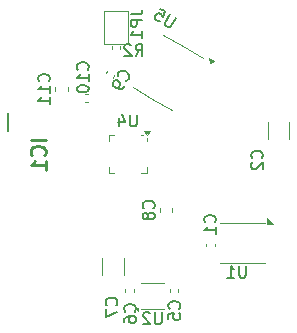
<source format=gbr>
%TF.GenerationSoftware,KiCad,Pcbnew,8.0.4*%
%TF.CreationDate,2024-10-21T16:59:15+03:00*%
%TF.ProjectId,PowerServo AE 36V 3.6A 30D,506f7765-7253-4657-9276-6f2041452033,rev?*%
%TF.SameCoordinates,Original*%
%TF.FileFunction,Legend,Bot*%
%TF.FilePolarity,Positive*%
%FSLAX46Y46*%
G04 Gerber Fmt 4.6, Leading zero omitted, Abs format (unit mm)*
G04 Created by KiCad (PCBNEW 8.0.4) date 2024-10-21 16:59:15*
%MOMM*%
%LPD*%
G01*
G04 APERTURE LIST*
%ADD10C,0.150000*%
%ADD11C,0.254000*%
%ADD12C,0.120000*%
%ADD13C,0.200000*%
G04 APERTURE END LIST*
D10*
X90109580Y-65607142D02*
X90157200Y-65559523D01*
X90157200Y-65559523D02*
X90204819Y-65416666D01*
X90204819Y-65416666D02*
X90204819Y-65321428D01*
X90204819Y-65321428D02*
X90157200Y-65178571D01*
X90157200Y-65178571D02*
X90061961Y-65083333D01*
X90061961Y-65083333D02*
X89966723Y-65035714D01*
X89966723Y-65035714D02*
X89776247Y-64988095D01*
X89776247Y-64988095D02*
X89633390Y-64988095D01*
X89633390Y-64988095D02*
X89442914Y-65035714D01*
X89442914Y-65035714D02*
X89347676Y-65083333D01*
X89347676Y-65083333D02*
X89252438Y-65178571D01*
X89252438Y-65178571D02*
X89204819Y-65321428D01*
X89204819Y-65321428D02*
X89204819Y-65416666D01*
X89204819Y-65416666D02*
X89252438Y-65559523D01*
X89252438Y-65559523D02*
X89300057Y-65607142D01*
X90204819Y-66559523D02*
X90204819Y-65988095D01*
X90204819Y-66273809D02*
X89204819Y-66273809D01*
X89204819Y-66273809D02*
X89347676Y-66178571D01*
X89347676Y-66178571D02*
X89442914Y-66083333D01*
X89442914Y-66083333D02*
X89490533Y-65988095D01*
X89204819Y-67178571D02*
X89204819Y-67273809D01*
X89204819Y-67273809D02*
X89252438Y-67369047D01*
X89252438Y-67369047D02*
X89300057Y-67416666D01*
X89300057Y-67416666D02*
X89395295Y-67464285D01*
X89395295Y-67464285D02*
X89585771Y-67511904D01*
X89585771Y-67511904D02*
X89823866Y-67511904D01*
X89823866Y-67511904D02*
X90014342Y-67464285D01*
X90014342Y-67464285D02*
X90109580Y-67416666D01*
X90109580Y-67416666D02*
X90157200Y-67369047D01*
X90157200Y-67369047D02*
X90204819Y-67273809D01*
X90204819Y-67273809D02*
X90204819Y-67178571D01*
X90204819Y-67178571D02*
X90157200Y-67083333D01*
X90157200Y-67083333D02*
X90109580Y-67035714D01*
X90109580Y-67035714D02*
X90014342Y-66988095D01*
X90014342Y-66988095D02*
X89823866Y-66940476D01*
X89823866Y-66940476D02*
X89585771Y-66940476D01*
X89585771Y-66940476D02*
X89395295Y-66988095D01*
X89395295Y-66988095D02*
X89300057Y-67035714D01*
X89300057Y-67035714D02*
X89252438Y-67083333D01*
X89252438Y-67083333D02*
X89204819Y-67178571D01*
X92531799Y-85541085D02*
X92579419Y-85493466D01*
X92579419Y-85493466D02*
X92627038Y-85350609D01*
X92627038Y-85350609D02*
X92627038Y-85255371D01*
X92627038Y-85255371D02*
X92579419Y-85112514D01*
X92579419Y-85112514D02*
X92484180Y-85017276D01*
X92484180Y-85017276D02*
X92388942Y-84969657D01*
X92388942Y-84969657D02*
X92198466Y-84922038D01*
X92198466Y-84922038D02*
X92055609Y-84922038D01*
X92055609Y-84922038D02*
X91865133Y-84969657D01*
X91865133Y-84969657D02*
X91769895Y-85017276D01*
X91769895Y-85017276D02*
X91674657Y-85112514D01*
X91674657Y-85112514D02*
X91627038Y-85255371D01*
X91627038Y-85255371D02*
X91627038Y-85350609D01*
X91627038Y-85350609D02*
X91674657Y-85493466D01*
X91674657Y-85493466D02*
X91722276Y-85541085D01*
X91627038Y-85874419D02*
X91627038Y-86541085D01*
X91627038Y-86541085D02*
X92627038Y-86112514D01*
X104859580Y-73083333D02*
X104907200Y-73035714D01*
X104907200Y-73035714D02*
X104954819Y-72892857D01*
X104954819Y-72892857D02*
X104954819Y-72797619D01*
X104954819Y-72797619D02*
X104907200Y-72654762D01*
X104907200Y-72654762D02*
X104811961Y-72559524D01*
X104811961Y-72559524D02*
X104716723Y-72511905D01*
X104716723Y-72511905D02*
X104526247Y-72464286D01*
X104526247Y-72464286D02*
X104383390Y-72464286D01*
X104383390Y-72464286D02*
X104192914Y-72511905D01*
X104192914Y-72511905D02*
X104097676Y-72559524D01*
X104097676Y-72559524D02*
X104002438Y-72654762D01*
X104002438Y-72654762D02*
X103954819Y-72797619D01*
X103954819Y-72797619D02*
X103954819Y-72892857D01*
X103954819Y-72892857D02*
X104002438Y-73035714D01*
X104002438Y-73035714D02*
X104050057Y-73083333D01*
X104050057Y-73464286D02*
X104002438Y-73511905D01*
X104002438Y-73511905D02*
X103954819Y-73607143D01*
X103954819Y-73607143D02*
X103954819Y-73845238D01*
X103954819Y-73845238D02*
X104002438Y-73940476D01*
X104002438Y-73940476D02*
X104050057Y-73988095D01*
X104050057Y-73988095D02*
X104145295Y-74035714D01*
X104145295Y-74035714D02*
X104240533Y-74035714D01*
X104240533Y-74035714D02*
X104383390Y-73988095D01*
X104383390Y-73988095D02*
X104954819Y-73416667D01*
X104954819Y-73416667D02*
X104954819Y-74035714D01*
X94109580Y-86083333D02*
X94157200Y-86035714D01*
X94157200Y-86035714D02*
X94204819Y-85892857D01*
X94204819Y-85892857D02*
X94204819Y-85797619D01*
X94204819Y-85797619D02*
X94157200Y-85654762D01*
X94157200Y-85654762D02*
X94061961Y-85559524D01*
X94061961Y-85559524D02*
X93966723Y-85511905D01*
X93966723Y-85511905D02*
X93776247Y-85464286D01*
X93776247Y-85464286D02*
X93633390Y-85464286D01*
X93633390Y-85464286D02*
X93442914Y-85511905D01*
X93442914Y-85511905D02*
X93347676Y-85559524D01*
X93347676Y-85559524D02*
X93252438Y-85654762D01*
X93252438Y-85654762D02*
X93204819Y-85797619D01*
X93204819Y-85797619D02*
X93204819Y-85892857D01*
X93204819Y-85892857D02*
X93252438Y-86035714D01*
X93252438Y-86035714D02*
X93300057Y-86083333D01*
X93204819Y-86940476D02*
X93204819Y-86750000D01*
X93204819Y-86750000D02*
X93252438Y-86654762D01*
X93252438Y-86654762D02*
X93300057Y-86607143D01*
X93300057Y-86607143D02*
X93442914Y-86511905D01*
X93442914Y-86511905D02*
X93633390Y-86464286D01*
X93633390Y-86464286D02*
X94014342Y-86464286D01*
X94014342Y-86464286D02*
X94109580Y-86511905D01*
X94109580Y-86511905D02*
X94157200Y-86559524D01*
X94157200Y-86559524D02*
X94204819Y-86654762D01*
X94204819Y-86654762D02*
X94204819Y-86845238D01*
X94204819Y-86845238D02*
X94157200Y-86940476D01*
X94157200Y-86940476D02*
X94109580Y-86988095D01*
X94109580Y-86988095D02*
X94014342Y-87035714D01*
X94014342Y-87035714D02*
X93776247Y-87035714D01*
X93776247Y-87035714D02*
X93681009Y-86988095D01*
X93681009Y-86988095D02*
X93633390Y-86940476D01*
X93633390Y-86940476D02*
X93585771Y-86845238D01*
X93585771Y-86845238D02*
X93585771Y-86654762D01*
X93585771Y-86654762D02*
X93633390Y-86559524D01*
X93633390Y-86559524D02*
X93681009Y-86511905D01*
X93681009Y-86511905D02*
X93776247Y-86464286D01*
X86829581Y-66607143D02*
X86877201Y-66559524D01*
X86877201Y-66559524D02*
X86924820Y-66416667D01*
X86924820Y-66416667D02*
X86924820Y-66321429D01*
X86924820Y-66321429D02*
X86877201Y-66178572D01*
X86877201Y-66178572D02*
X86781962Y-66083334D01*
X86781962Y-66083334D02*
X86686724Y-66035715D01*
X86686724Y-66035715D02*
X86496248Y-65988096D01*
X86496248Y-65988096D02*
X86353391Y-65988096D01*
X86353391Y-65988096D02*
X86162915Y-66035715D01*
X86162915Y-66035715D02*
X86067677Y-66083334D01*
X86067677Y-66083334D02*
X85972439Y-66178572D01*
X85972439Y-66178572D02*
X85924820Y-66321429D01*
X85924820Y-66321429D02*
X85924820Y-66416667D01*
X85924820Y-66416667D02*
X85972439Y-66559524D01*
X85972439Y-66559524D02*
X86020058Y-66607143D01*
X86924820Y-67559524D02*
X86924820Y-66988096D01*
X86924820Y-67273810D02*
X85924820Y-67273810D01*
X85924820Y-67273810D02*
X86067677Y-67178572D01*
X86067677Y-67178572D02*
X86162915Y-67083334D01*
X86162915Y-67083334D02*
X86210534Y-66988096D01*
X86924820Y-68511905D02*
X86924820Y-67940477D01*
X86924820Y-68226191D02*
X85924820Y-68226191D01*
X85924820Y-68226191D02*
X86067677Y-68130953D01*
X86067677Y-68130953D02*
X86162915Y-68035715D01*
X86162915Y-68035715D02*
X86210534Y-67940477D01*
X96374405Y-86154821D02*
X96374405Y-86964344D01*
X96374405Y-86964344D02*
X96326786Y-87059582D01*
X96326786Y-87059582D02*
X96279167Y-87107202D01*
X96279167Y-87107202D02*
X96183929Y-87154821D01*
X96183929Y-87154821D02*
X95993453Y-87154821D01*
X95993453Y-87154821D02*
X95898215Y-87107202D01*
X95898215Y-87107202D02*
X95850596Y-87059582D01*
X95850596Y-87059582D02*
X95802977Y-86964344D01*
X95802977Y-86964344D02*
X95802977Y-86154821D01*
X95374405Y-86250059D02*
X95326786Y-86202440D01*
X95326786Y-86202440D02*
X95231548Y-86154821D01*
X95231548Y-86154821D02*
X94993453Y-86154821D01*
X94993453Y-86154821D02*
X94898215Y-86202440D01*
X94898215Y-86202440D02*
X94850596Y-86250059D01*
X94850596Y-86250059D02*
X94802977Y-86345297D01*
X94802977Y-86345297D02*
X94802977Y-86440535D01*
X94802977Y-86440535D02*
X94850596Y-86583392D01*
X94850596Y-86583392D02*
X95422024Y-87154821D01*
X95422024Y-87154821D02*
X94802977Y-87154821D01*
D11*
X86544317Y-71523236D02*
X85274317Y-71523236D01*
X86423364Y-72853713D02*
X86483841Y-72793237D01*
X86483841Y-72793237D02*
X86544317Y-72611808D01*
X86544317Y-72611808D02*
X86544317Y-72490856D01*
X86544317Y-72490856D02*
X86483841Y-72309427D01*
X86483841Y-72309427D02*
X86362888Y-72188475D01*
X86362888Y-72188475D02*
X86241936Y-72127998D01*
X86241936Y-72127998D02*
X86000031Y-72067522D01*
X86000031Y-72067522D02*
X85818602Y-72067522D01*
X85818602Y-72067522D02*
X85576698Y-72127998D01*
X85576698Y-72127998D02*
X85455745Y-72188475D01*
X85455745Y-72188475D02*
X85334793Y-72309427D01*
X85334793Y-72309427D02*
X85274317Y-72490856D01*
X85274317Y-72490856D02*
X85274317Y-72611808D01*
X85274317Y-72611808D02*
X85334793Y-72793237D01*
X85334793Y-72793237D02*
X85395269Y-72853713D01*
X86544317Y-74063237D02*
X86544317Y-73337522D01*
X86544317Y-73700379D02*
X85274317Y-73700379D01*
X85274317Y-73700379D02*
X85455745Y-73579427D01*
X85455745Y-73579427D02*
X85576698Y-73458475D01*
X85576698Y-73458475D02*
X85637174Y-73337522D01*
D10*
X93394739Y-66535453D02*
X93459788Y-66518023D01*
X93459788Y-66518023D02*
X93572456Y-66418115D01*
X93572456Y-66418115D02*
X93620075Y-66335636D01*
X93620075Y-66335636D02*
X93650264Y-66188109D01*
X93650264Y-66188109D02*
X93615404Y-66058011D01*
X93615404Y-66058011D02*
X93556735Y-65969153D01*
X93556735Y-65969153D02*
X93415588Y-65832675D01*
X93415588Y-65832675D02*
X93291870Y-65761247D01*
X93291870Y-65761247D02*
X93103103Y-65707248D01*
X93103103Y-65707248D02*
X92996815Y-65700868D01*
X92996815Y-65700868D02*
X92866717Y-65735728D01*
X92866717Y-65735728D02*
X92754049Y-65835636D01*
X92754049Y-65835636D02*
X92706430Y-65918115D01*
X92706430Y-65918115D02*
X92676241Y-66065642D01*
X92676241Y-66065642D02*
X92693671Y-66130691D01*
X93239122Y-66995465D02*
X93143884Y-67160422D01*
X93143884Y-67160422D02*
X93055026Y-67219091D01*
X93055026Y-67219091D02*
X92989977Y-67236521D01*
X92989977Y-67236521D02*
X92818640Y-67247571D01*
X92818640Y-67247571D02*
X92629873Y-67193572D01*
X92629873Y-67193572D02*
X92299959Y-67003096D01*
X92299959Y-67003096D02*
X92241290Y-66914238D01*
X92241290Y-66914238D02*
X92223860Y-66849189D01*
X92223860Y-66849189D02*
X92230240Y-66742901D01*
X92230240Y-66742901D02*
X92325478Y-66577944D01*
X92325478Y-66577944D02*
X92414336Y-66519274D01*
X92414336Y-66519274D02*
X92479385Y-66501845D01*
X92479385Y-66501845D02*
X92585673Y-66508224D01*
X92585673Y-66508224D02*
X92791870Y-66627272D01*
X92791870Y-66627272D02*
X92850539Y-66716130D01*
X92850539Y-66716130D02*
X92867968Y-66781179D01*
X92867968Y-66781179D02*
X92861589Y-66887467D01*
X92861589Y-66887467D02*
X92766351Y-67052425D01*
X92766351Y-67052425D02*
X92677492Y-67111094D01*
X92677492Y-67111094D02*
X92612443Y-67128523D01*
X92612443Y-67128523D02*
X92506155Y-67122144D01*
X100884583Y-78533333D02*
X100932203Y-78485714D01*
X100932203Y-78485714D02*
X100979822Y-78342857D01*
X100979822Y-78342857D02*
X100979822Y-78247619D01*
X100979822Y-78247619D02*
X100932203Y-78104762D01*
X100932203Y-78104762D02*
X100836964Y-78009524D01*
X100836964Y-78009524D02*
X100741726Y-77961905D01*
X100741726Y-77961905D02*
X100551250Y-77914286D01*
X100551250Y-77914286D02*
X100408393Y-77914286D01*
X100408393Y-77914286D02*
X100217917Y-77961905D01*
X100217917Y-77961905D02*
X100122679Y-78009524D01*
X100122679Y-78009524D02*
X100027441Y-78104762D01*
X100027441Y-78104762D02*
X99979822Y-78247619D01*
X99979822Y-78247619D02*
X99979822Y-78342857D01*
X99979822Y-78342857D02*
X100027441Y-78485714D01*
X100027441Y-78485714D02*
X100075060Y-78533333D01*
X100979822Y-79485714D02*
X100979822Y-78914286D01*
X100979822Y-79200000D02*
X99979822Y-79200000D01*
X99979822Y-79200000D02*
X100122679Y-79104762D01*
X100122679Y-79104762D02*
X100217917Y-79009524D01*
X100217917Y-79009524D02*
X100265536Y-78914286D01*
X93754818Y-60916666D02*
X94469103Y-60916666D01*
X94469103Y-60916666D02*
X94611960Y-60869047D01*
X94611960Y-60869047D02*
X94707199Y-60773809D01*
X94707199Y-60773809D02*
X94754818Y-60630952D01*
X94754818Y-60630952D02*
X94754818Y-60535714D01*
X94754818Y-61392857D02*
X93754818Y-61392857D01*
X93754818Y-61392857D02*
X93754818Y-61773809D01*
X93754818Y-61773809D02*
X93802437Y-61869047D01*
X93802437Y-61869047D02*
X93850056Y-61916666D01*
X93850056Y-61916666D02*
X93945294Y-61964285D01*
X93945294Y-61964285D02*
X94088151Y-61964285D01*
X94088151Y-61964285D02*
X94183389Y-61916666D01*
X94183389Y-61916666D02*
X94231008Y-61869047D01*
X94231008Y-61869047D02*
X94278627Y-61773809D01*
X94278627Y-61773809D02*
X94278627Y-61392857D01*
X94754818Y-62916666D02*
X94754818Y-62345238D01*
X94754818Y-62630952D02*
X93754818Y-62630952D01*
X93754818Y-62630952D02*
X93897675Y-62535714D01*
X93897675Y-62535714D02*
X93992913Y-62440476D01*
X93992913Y-62440476D02*
X94040532Y-62345238D01*
X97561509Y-61204106D02*
X97156747Y-61905175D01*
X97156747Y-61905175D02*
X97067889Y-61963844D01*
X97067889Y-61963844D02*
X97002840Y-61981273D01*
X97002840Y-61981273D02*
X96896552Y-61974894D01*
X96896552Y-61974894D02*
X96731594Y-61879656D01*
X96731594Y-61879656D02*
X96672925Y-61790797D01*
X96672925Y-61790797D02*
X96655496Y-61725748D01*
X96655496Y-61725748D02*
X96661875Y-61619460D01*
X96661875Y-61619460D02*
X97066637Y-60918392D01*
X96241851Y-60442202D02*
X96654244Y-60680297D01*
X96654244Y-60680297D02*
X96457388Y-61116499D01*
X96457388Y-61116499D02*
X96439958Y-61051451D01*
X96439958Y-61051451D02*
X96381289Y-60962592D01*
X96381289Y-60962592D02*
X96175093Y-60843545D01*
X96175093Y-60843545D02*
X96068805Y-60837165D01*
X96068805Y-60837165D02*
X96003756Y-60854595D01*
X96003756Y-60854595D02*
X95914898Y-60913264D01*
X95914898Y-60913264D02*
X95795850Y-61119460D01*
X95795850Y-61119460D02*
X95789470Y-61225748D01*
X95789470Y-61225748D02*
X95806900Y-61290797D01*
X95806900Y-61290797D02*
X95865569Y-61379656D01*
X95865569Y-61379656D02*
X96071766Y-61498703D01*
X96071766Y-61498703D02*
X96178054Y-61505083D01*
X96178054Y-61505083D02*
X96243103Y-61487653D01*
X94261904Y-69404819D02*
X94261904Y-70214342D01*
X94261904Y-70214342D02*
X94214285Y-70309580D01*
X94214285Y-70309580D02*
X94166666Y-70357200D01*
X94166666Y-70357200D02*
X94071428Y-70404819D01*
X94071428Y-70404819D02*
X93880952Y-70404819D01*
X93880952Y-70404819D02*
X93785714Y-70357200D01*
X93785714Y-70357200D02*
X93738095Y-70309580D01*
X93738095Y-70309580D02*
X93690476Y-70214342D01*
X93690476Y-70214342D02*
X93690476Y-69404819D01*
X92785714Y-69738152D02*
X92785714Y-70404819D01*
X93023809Y-69357200D02*
X93261904Y-70071485D01*
X93261904Y-70071485D02*
X92642857Y-70071485D01*
X95679579Y-77333332D02*
X95727199Y-77285713D01*
X95727199Y-77285713D02*
X95774818Y-77142856D01*
X95774818Y-77142856D02*
X95774818Y-77047618D01*
X95774818Y-77047618D02*
X95727199Y-76904761D01*
X95727199Y-76904761D02*
X95631960Y-76809523D01*
X95631960Y-76809523D02*
X95536722Y-76761904D01*
X95536722Y-76761904D02*
X95346246Y-76714285D01*
X95346246Y-76714285D02*
X95203389Y-76714285D01*
X95203389Y-76714285D02*
X95012913Y-76761904D01*
X95012913Y-76761904D02*
X94917675Y-76809523D01*
X94917675Y-76809523D02*
X94822437Y-76904761D01*
X94822437Y-76904761D02*
X94774818Y-77047618D01*
X94774818Y-77047618D02*
X94774818Y-77142856D01*
X94774818Y-77142856D02*
X94822437Y-77285713D01*
X94822437Y-77285713D02*
X94870056Y-77333332D01*
X95203389Y-77904761D02*
X95155770Y-77809523D01*
X95155770Y-77809523D02*
X95108151Y-77761904D01*
X95108151Y-77761904D02*
X95012913Y-77714285D01*
X95012913Y-77714285D02*
X94965294Y-77714285D01*
X94965294Y-77714285D02*
X94870056Y-77761904D01*
X94870056Y-77761904D02*
X94822437Y-77809523D01*
X94822437Y-77809523D02*
X94774818Y-77904761D01*
X94774818Y-77904761D02*
X94774818Y-78095237D01*
X94774818Y-78095237D02*
X94822437Y-78190475D01*
X94822437Y-78190475D02*
X94870056Y-78238094D01*
X94870056Y-78238094D02*
X94965294Y-78285713D01*
X94965294Y-78285713D02*
X95012913Y-78285713D01*
X95012913Y-78285713D02*
X95108151Y-78238094D01*
X95108151Y-78238094D02*
X95155770Y-78190475D01*
X95155770Y-78190475D02*
X95203389Y-78095237D01*
X95203389Y-78095237D02*
X95203389Y-77904761D01*
X95203389Y-77904761D02*
X95251008Y-77809523D01*
X95251008Y-77809523D02*
X95298627Y-77761904D01*
X95298627Y-77761904D02*
X95393865Y-77714285D01*
X95393865Y-77714285D02*
X95584341Y-77714285D01*
X95584341Y-77714285D02*
X95679579Y-77761904D01*
X95679579Y-77761904D02*
X95727199Y-77809523D01*
X95727199Y-77809523D02*
X95774818Y-77904761D01*
X95774818Y-77904761D02*
X95774818Y-78095237D01*
X95774818Y-78095237D02*
X95727199Y-78190475D01*
X95727199Y-78190475D02*
X95679579Y-78238094D01*
X95679579Y-78238094D02*
X95584341Y-78285713D01*
X95584341Y-78285713D02*
X95393865Y-78285713D01*
X95393865Y-78285713D02*
X95298627Y-78238094D01*
X95298627Y-78238094D02*
X95251008Y-78190475D01*
X95251008Y-78190475D02*
X95203389Y-78095237D01*
X94166666Y-64454819D02*
X94499999Y-63978628D01*
X94738094Y-64454819D02*
X94738094Y-63454819D01*
X94738094Y-63454819D02*
X94357142Y-63454819D01*
X94357142Y-63454819D02*
X94261904Y-63502438D01*
X94261904Y-63502438D02*
X94214285Y-63550057D01*
X94214285Y-63550057D02*
X94166666Y-63645295D01*
X94166666Y-63645295D02*
X94166666Y-63788152D01*
X94166666Y-63788152D02*
X94214285Y-63883390D01*
X94214285Y-63883390D02*
X94261904Y-63931009D01*
X94261904Y-63931009D02*
X94357142Y-63978628D01*
X94357142Y-63978628D02*
X94738094Y-63978628D01*
X93785713Y-63550057D02*
X93738094Y-63502438D01*
X93738094Y-63502438D02*
X93642856Y-63454819D01*
X93642856Y-63454819D02*
X93404761Y-63454819D01*
X93404761Y-63454819D02*
X93309523Y-63502438D01*
X93309523Y-63502438D02*
X93261904Y-63550057D01*
X93261904Y-63550057D02*
X93214285Y-63645295D01*
X93214285Y-63645295D02*
X93214285Y-63740533D01*
X93214285Y-63740533D02*
X93261904Y-63883390D01*
X93261904Y-63883390D02*
X93833332Y-64454819D01*
X93833332Y-64454819D02*
X93214285Y-64454819D01*
X103511904Y-82204819D02*
X103511904Y-83014342D01*
X103511904Y-83014342D02*
X103464285Y-83109580D01*
X103464285Y-83109580D02*
X103416666Y-83157200D01*
X103416666Y-83157200D02*
X103321428Y-83204819D01*
X103321428Y-83204819D02*
X103130952Y-83204819D01*
X103130952Y-83204819D02*
X103035714Y-83157200D01*
X103035714Y-83157200D02*
X102988095Y-83109580D01*
X102988095Y-83109580D02*
X102940476Y-83014342D01*
X102940476Y-83014342D02*
X102940476Y-82204819D01*
X101940476Y-83204819D02*
X102511904Y-83204819D01*
X102226190Y-83204819D02*
X102226190Y-82204819D01*
X102226190Y-82204819D02*
X102321428Y-82347676D01*
X102321428Y-82347676D02*
X102416666Y-82442914D01*
X102416666Y-82442914D02*
X102511904Y-82490533D01*
X97859580Y-85833333D02*
X97907200Y-85785714D01*
X97907200Y-85785714D02*
X97954819Y-85642857D01*
X97954819Y-85642857D02*
X97954819Y-85547619D01*
X97954819Y-85547619D02*
X97907200Y-85404762D01*
X97907200Y-85404762D02*
X97811961Y-85309524D01*
X97811961Y-85309524D02*
X97716723Y-85261905D01*
X97716723Y-85261905D02*
X97526247Y-85214286D01*
X97526247Y-85214286D02*
X97383390Y-85214286D01*
X97383390Y-85214286D02*
X97192914Y-85261905D01*
X97192914Y-85261905D02*
X97097676Y-85309524D01*
X97097676Y-85309524D02*
X97002438Y-85404762D01*
X97002438Y-85404762D02*
X96954819Y-85547619D01*
X96954819Y-85547619D02*
X96954819Y-85642857D01*
X96954819Y-85642857D02*
X97002438Y-85785714D01*
X97002438Y-85785714D02*
X97050057Y-85833333D01*
X96954819Y-86738095D02*
X96954819Y-86261905D01*
X96954819Y-86261905D02*
X97431009Y-86214286D01*
X97431009Y-86214286D02*
X97383390Y-86261905D01*
X97383390Y-86261905D02*
X97335771Y-86357143D01*
X97335771Y-86357143D02*
X97335771Y-86595238D01*
X97335771Y-86595238D02*
X97383390Y-86690476D01*
X97383390Y-86690476D02*
X97431009Y-86738095D01*
X97431009Y-86738095D02*
X97526247Y-86785714D01*
X97526247Y-86785714D02*
X97764342Y-86785714D01*
X97764342Y-86785714D02*
X97859580Y-86738095D01*
X97859580Y-86738095D02*
X97907200Y-86690476D01*
X97907200Y-86690476D02*
X97954819Y-86595238D01*
X97954819Y-86595238D02*
X97954819Y-86357143D01*
X97954819Y-86357143D02*
X97907200Y-86261905D01*
X97907200Y-86261905D02*
X97859580Y-86214286D01*
D12*
%TO.C,C10*%
X90107834Y-67640003D02*
X89892162Y-67640000D01*
X90107838Y-68360000D02*
X89892166Y-68359997D01*
%TO.C,C7*%
X91340000Y-81538748D02*
X91340000Y-82961252D01*
X93160000Y-81538748D02*
X93160000Y-82961252D01*
%TO.C,C2*%
X105340000Y-71486252D02*
X105340000Y-70063748D01*
X107160000Y-71486252D02*
X107160000Y-70063748D01*
%TO.C,C6*%
X93297501Y-84192167D02*
X93297501Y-84407839D01*
X94017501Y-84192165D02*
X94017501Y-84407837D01*
%TO.C,C11*%
X87390000Y-67390581D02*
X87390000Y-67109419D01*
X88410000Y-67390581D02*
X88410000Y-67109419D01*
%TO.C,U2*%
X96612500Y-85860004D02*
X94612498Y-85860002D01*
X96612502Y-83640000D02*
X94612500Y-83639998D01*
X94372498Y-86040002D02*
X94092500Y-85760002D01*
X94372500Y-85760000D01*
X94372498Y-86040002D01*
G36*
X94372498Y-86040002D02*
G01*
X94092500Y-85760002D01*
X94372500Y-85760000D01*
X94372498Y-86040002D01*
G37*
D13*
%TO.C,IC1*%
X83389998Y-70812999D02*
X83389998Y-69287999D01*
D12*
%TO.C,C9*%
X91742150Y-65726610D02*
X91634316Y-65913388D01*
X92365684Y-66086612D02*
X92257850Y-66273390D01*
%TO.C,C1*%
X100165000Y-80557838D02*
X100165003Y-80342166D01*
X100884997Y-80557834D02*
X100885000Y-80342162D01*
%TO.C,JP1*%
X91500000Y-60600000D02*
X93500000Y-60600000D01*
X91500000Y-63400000D02*
X91500000Y-60600000D01*
X93500000Y-60600000D02*
X93500000Y-63400000D01*
X93500000Y-63400000D02*
X91500000Y-63400000D01*
%TO.C,U5*%
X93910341Y-67074744D02*
X95599090Y-68049746D01*
X96470340Y-62640697D02*
X98159090Y-63615696D01*
X97287840Y-69024745D02*
X95599090Y-68049746D01*
X99847839Y-64590698D02*
X98159090Y-63615696D01*
X100822704Y-64882181D02*
X100449859Y-65047968D01*
X100407011Y-64642178D01*
X100822704Y-64882181D01*
G36*
X100822704Y-64882181D02*
G01*
X100449859Y-65047968D01*
X100407011Y-64642178D01*
X100822704Y-64882181D01*
G37*
%TO.C,U4*%
X91890000Y-71140000D02*
X92365000Y-71140000D01*
X91890000Y-71615000D02*
X91890000Y-71140000D01*
X91890000Y-73885000D02*
X91890000Y-74360000D01*
X91890000Y-74360000D02*
X92365000Y-74360000D01*
X94810000Y-71140000D02*
X94635000Y-71140000D01*
X95110000Y-71380000D02*
X95110000Y-71615000D01*
X95110000Y-73885000D02*
X95110000Y-74360000D01*
X95110000Y-74360000D02*
X94635000Y-74360000D01*
X95110000Y-71140000D02*
X94870000Y-70810000D01*
X95350000Y-70810000D01*
X95110000Y-71140000D01*
G36*
X95110000Y-71140000D02*
G01*
X94870000Y-70810000D01*
X95350000Y-70810000D01*
X95110000Y-71140000D01*
G37*
%TO.C,C8*%
X96240000Y-77640581D02*
X96240000Y-77359420D01*
X97260000Y-77640580D02*
X97260000Y-77359419D01*
%TO.C,R2*%
X92140000Y-63857836D02*
X92140000Y-63642164D01*
X92860000Y-63857836D02*
X92860000Y-63642164D01*
%TO.C,U1*%
X101350000Y-78565000D02*
X105089999Y-78565000D01*
X101350000Y-81935000D02*
X105150000Y-81935000D01*
X105810001Y-78669999D02*
X105330002Y-78670003D01*
X105330002Y-78190003D01*
X105810001Y-78669999D01*
G36*
X105810001Y-78669999D02*
G01*
X105330002Y-78670003D01*
X105330002Y-78190003D01*
X105810001Y-78669999D01*
G37*
%TO.C,C5*%
X97047499Y-84407841D02*
X97047503Y-84192169D01*
X97767495Y-84407837D02*
X97767499Y-84192165D01*
%TD*%
M02*

</source>
